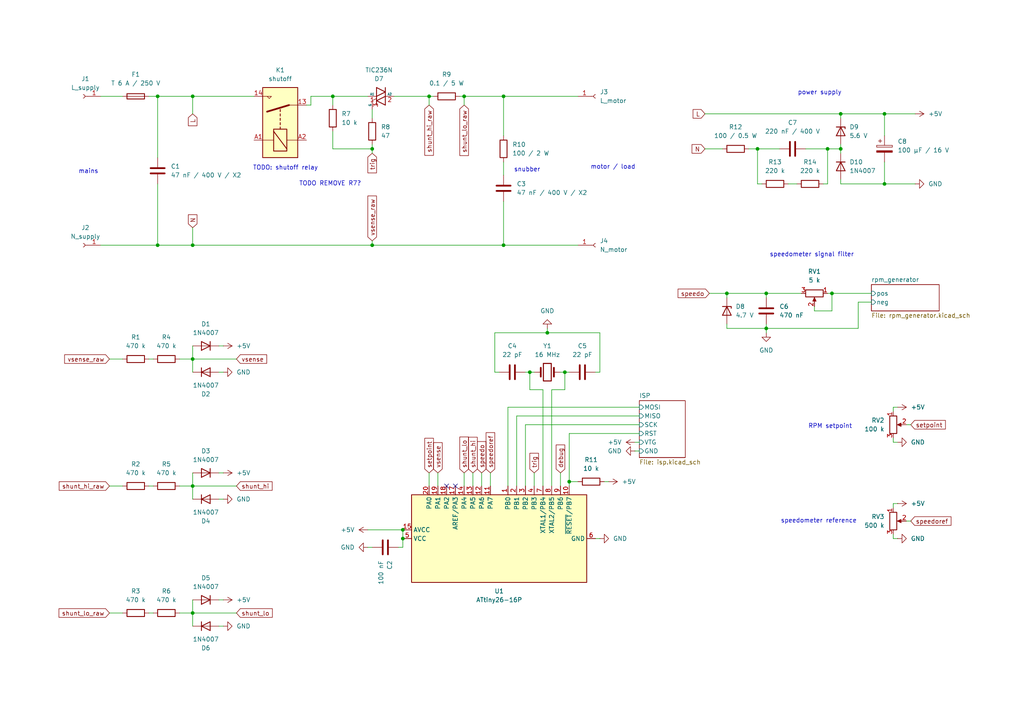
<source format=kicad_sch>
(kicad_sch (version 20231120) (generator "eeschema") (generator_version "8.0")
  (paper "A4")
  (title_block (title "Motor RPM controller - Phase angle based") (date "2024-08-21") (rev "1.0") (company "Michael Büsch <m@bues.ch>"))
  (lib_symbols
    (symbol "Connector:Conn_01x01_Socket" (pin_names (offset 1.016) hide)
      (property "Reference" "J" (at 0 2.54 0))
      (property "Value" "Conn_01x01_Socket" (at 0 -2.54 0))
      (symbol "Conn_01x01_Socket_1_1"
        (polyline (pts (xy -1.27 0) (xy -0.508 0)) (stroke (width 0.1524)))
        (arc (start 0 0.508) (mid -0.5058 0) (end 0 -0.508) (stroke (width 0.1524)))
        (pin passive line (at -5.08 0 0) (length 3.81) (name "Pin_1") (number "1"))
      )
    )
    (symbol "Device:C" (pin_numbers hide) (pin_names (offset 0.254))
      (property "Reference" "C" (at 0.635 2.54 0))
      (property "Value" "C" (at 0.635 -2.54 0))
      (symbol "C_0_1"
        (polyline (pts (xy -2.032 -0.762) (xy 2.032 -0.762)) (stroke (width 0.508)))
        (polyline (pts (xy -2.032 0.762) (xy 2.032 0.762)) (stroke (width 0.508)))
      )
      (symbol "C_1_1"
        (pin passive line (at 0 3.81 270) (length 2.794) (name "~") (number "1"))
        (pin passive line (at 0 -3.81 90) (length 2.794) (name "~") (number "2"))
      )
    )
    (symbol "Device:C_Polarized" (pin_numbers hide) (pin_names (offset 0.254))
      (property "Reference" "C" (at 0.635 2.54 0))
      (property "Value" "C_Polarized" (at 0.635 -2.54 0))
      (symbol "C_Polarized_0_1"
        (rectangle (start -2.286 0.508) (end 2.286 1.016))
        (polyline (pts (xy -1.778 2.286) (xy -0.762 2.286)))
        (polyline (pts (xy -1.27 2.794) (xy -1.27 1.778)))
        (rectangle (start 2.286 -0.508) (end -2.286 -1.016) (fill (type outline)))
      )
      (symbol "C_Polarized_1_1"
        (pin passive line (at 0 3.81 270) (length 2.794) (name "~") (number "1"))
        (pin passive line (at 0 -3.81 90) (length 2.794) (name "~") (number "2"))
      )
    )
    (symbol "Device:Crystal" (pin_numbers hide) (pin_names (offset 1.016) hide)
      (property "Reference" "Y" (at 0 3.81 0))
      (property "Value" "Crystal" (at 0 -3.81 0))
      (symbol "Crystal_0_1"
        (rectangle (start -1.143 2.54) (end 1.143 -2.54) (stroke (width 0.3048)))
        (polyline (pts (xy -2.54 0) (xy -1.905 0)))
        (polyline (pts (xy -1.905 -1.27) (xy -1.905 1.27)) (stroke (width 0.508)))
        (polyline (pts (xy 1.905 -1.27) (xy 1.905 1.27)) (stroke (width 0.508)))
        (polyline (pts (xy 2.54 0) (xy 1.905 0)))
      )
      (symbol "Crystal_1_1"
        (pin passive line (at -3.81 0 0) (length 1.27) (name "1") (number "1"))
        (pin passive line (at 3.81 0 180) (length 1.27) (name "2") (number "2"))
      )
    )
    (symbol "Device:D" (pin_numbers hide) (pin_names (offset 1.016) hide)
      (property "Reference" "D" (at 0 2.54 0))
      (property "Value" "D" (at 0 -2.54 0))
      (symbol "D_0_1"
        (polyline (pts (xy -1.27 1.27) (xy -1.27 -1.27)) (stroke (width 0.254)))
        (polyline (pts (xy 1.27 0) (xy -1.27 0)))
        (polyline (pts (xy 1.27 1.27) (xy 1.27 -1.27) (xy -1.27 0) (xy 1.27 1.27)) (stroke (width 0.254)))
      )
      (symbol "D_1_1"
        (pin passive line (at -3.81 0 0) (length 2.54) (name "K") (number "1"))
        (pin passive line (at 3.81 0 180) (length 2.54) (name "A") (number "2"))
      )
    )
    (symbol "Device:D_Zener" (pin_numbers hide) (pin_names (offset 1.016) hide)
      (property "Reference" "D" (at 0 2.54 0))
      (property "Value" "D_Zener" (at 0 -2.54 0))
      (symbol "D_Zener_0_1"
        (polyline (pts (xy 1.27 0) (xy -1.27 0)))
        (polyline (pts (xy -1.27 -1.27) (xy -1.27 1.27) (xy -0.762 1.27)) (stroke (width 0.254)))
        (polyline (pts (xy 1.27 -1.27) (xy 1.27 1.27) (xy -1.27 0) (xy 1.27 -1.27)) (stroke (width 0.254)))
      )
      (symbol "D_Zener_1_1"
        (pin passive line (at -3.81 0 0) (length 2.54) (name "K") (number "1"))
        (pin passive line (at 3.81 0 180) (length 2.54) (name "A") (number "2"))
      )
    )
    (symbol "Device:Fuse" (pin_numbers hide) (pin_names (offset 0))
      (property "Reference" "F" (at 2.032 0 90))
      (property "Value" "Fuse" (at -1.905 0 90))
      (symbol "Fuse_0_1"
        (rectangle (start -0.762 -2.54) (end 0.762 2.54) (stroke (width 0.254)))
        (polyline (pts (xy 0 2.54) (xy 0 -2.54)))
      )
      (symbol "Fuse_1_1"
        (pin passive line (at 0 3.81 270) (length 1.27) (name "~") (number "1"))
        (pin passive line (at 0 -3.81 90) (length 1.27) (name "~") (number "2"))
      )
    )
    (symbol "Device:R" (pin_numbers hide) (pin_names (offset 0))
      (property "Reference" "R" (at 2.032 0 90))
      (property "Value" "R" (at 0 0 90))
      (symbol "R_0_1"
        (rectangle (start -1.016 -2.54) (end 1.016 2.54) (stroke (width 0.254)))
      )
      (symbol "R_1_1"
        (pin passive line (at 0 3.81 270) (length 1.27) (name "~") (number "1"))
        (pin passive line (at 0 -3.81 90) (length 1.27) (name "~") (number "2"))
      )
    )
    (symbol "Device:R_Potentiometer" (pin_names (offset 1.016) hide)
      (property "Reference" "RV" (at -4.445 0 90))
      (property "Value" "R_Potentiometer" (at -2.54 0 90))
      (symbol "R_Potentiometer_0_1"
        (polyline (pts (xy 2.54 0) (xy 1.524 0)))
        (polyline (pts (xy 1.143 0) (xy 2.286 0.508) (xy 2.286 -0.508) (xy 1.143 0)) (fill (type outline)))
        (rectangle (start 1.016 2.54) (end -1.016 -2.54) (stroke (width 0.254)))
      )
      (symbol "R_Potentiometer_1_1"
        (pin passive line (at 0 3.81 270) (length 1.27) (name "1") (number "1"))
        (pin passive line (at 3.81 0 180) (length 1.27) (name "2") (number "2"))
        (pin passive line (at 0 -3.81 90) (length 1.27) (name "3") (number "3"))
      )
    )
    (symbol "Diode:1N4007" (pin_numbers hide) (pin_names hide)
      (property "Reference" "D" (at 0 2.54 0))
      (property "Value" "1N4007" (at 0 -2.54 0))
      (symbol "1N4007_0_1"
        (polyline (pts (xy -1.27 1.27) (xy -1.27 -1.27)) (stroke (width 0.254)))
        (polyline (pts (xy 1.27 0) (xy -1.27 0)))
        (polyline (pts (xy 1.27 1.27) (xy 1.27 -1.27) (xy -1.27 0) (xy 1.27 1.27)) (stroke (width 0.254)))
      )
      (symbol "1N4007_1_1"
        (pin passive line (at -3.81 0 0) (length 2.54) (name "K") (number "1"))
        (pin passive line (at 3.81 0 180) (length 2.54) (name "A") (number "2"))
      )
    )
    (symbol "MCU_Microchip_ATtiny:ATtiny26-16P"
      (property "Reference" "U" (at -12.7 26.67 0))
      (property "Value" "ATtiny26-16P" (at 2.54 -26.67 0))
      (symbol "ATtiny26-16P_0_1"
        (rectangle (start -12.7 -25.4) (end 12.7 25.4) (stroke (width 0.254)) (fill (type background)))
      )
      (symbol "ATtiny26-16P_1_1"
        (pin bidirectional line (at 15.24 -2.54 180) (length 2.54) (name "PB0") (number "1"))
        (pin bidirectional line (at 15.24 -20.32 180) (length 2.54) (name "~{RESET}/PB7") (number "10"))
        (pin bidirectional line (at 15.24 2.54 180) (length 2.54) (name "PA7") (number "11"))
        (pin bidirectional line (at 15.24 5.08 180) (length 2.54) (name "PA6") (number "12"))
        (pin bidirectional line (at 15.24 7.62 180) (length 2.54) (name "PA5") (number "13"))
        (pin bidirectional line (at 15.24 10.16 180) (length 2.54) (name "PA4") (number "14"))
        (pin power_in line (at 2.54 27.94 270) (length 2.54) (name "AVCC") (number "15"))
        (pin passive line (at 0 -27.94 90) (length 2.54) hide (name "GND") (number "16"))
        (pin bidirectional line (at 15.24 12.7 180) (length 2.54) (name "AREF/PA3") (number "17"))
        (pin bidirectional line (at 15.24 15.24 180) (length 2.54) (name "PA2") (number "18"))
        (pin bidirectional line (at 15.24 17.78 180) (length 2.54) (name "PA1") (number "19"))
        (pin bidirectional line (at 15.24 -5.08 180) (length 2.54) (name "PB1") (number "2"))
        (pin bidirectional line (at 15.24 20.32 180) (length 2.54) (name "PA0") (number "20"))
        (pin bidirectional line (at 15.24 -7.62 180) (length 2.54) (name "PB2") (number "3"))
        (pin bidirectional line (at 15.24 -10.16 180) (length 2.54) (name "PB3") (number "4"))
        (pin power_in line (at 0 27.94 270) (length 2.54) (name "VCC") (number "5"))
        (pin power_in line (at 0 -27.94 90) (length 2.54) (name "GND") (number "6"))
        (pin bidirectional line (at 15.24 -12.7 180) (length 2.54) (name "XTAL1/PB4") (number "7"))
        (pin bidirectional line (at 15.24 -15.24 180) (length 2.54) (name "XTAL2/PB5") (number "8"))
        (pin bidirectional line (at 15.24 -17.78 180) (length 2.54) (name "PB6") (number "9"))
      )
    )
    (symbol "Relay:Relay_SPST-NO"
      (property "Reference" "K" (at 11.43 3.81 0))
      (property "Value" "Relay_SPST-NO" (at 11.43 1.27 0))
      (symbol "Relay_SPST-NO_0_0"
        (polyline (pts (xy 7.62 5.08) (xy 7.62 2.54) (xy 6.985 3.175) (xy 7.62 3.81)))
      )
      (symbol "Relay_SPST-NO_0_1"
        (rectangle (start -10.16 5.08) (end 10.16 -5.08) (stroke (width 0.254)) (fill (type background)))
        (rectangle (start -8.255 1.905) (end -1.905 -1.905) (stroke (width 0.254)))
        (polyline (pts (xy -7.62 -1.905) (xy -2.54 1.905)) (stroke (width 0.254)))
        (polyline (pts (xy -5.08 -5.08) (xy -5.08 -1.905)))
        (polyline (pts (xy -5.08 5.08) (xy -5.08 1.905)))
        (polyline (pts (xy -1.905 0) (xy -1.27 0)) (stroke (width 0.254)))
        (polyline (pts (xy -0.635 0) (xy 0 0)) (stroke (width 0.254)))
        (polyline (pts (xy 0.635 0) (xy 1.27 0)) (stroke (width 0.254)))
        (polyline (pts (xy 1.905 0) (xy 2.54 0)) (stroke (width 0.254)))
        (polyline (pts (xy 3.175 0) (xy 3.81 0)) (stroke (width 0.254)))
        (polyline (pts (xy 5.08 -2.54) (xy 3.175 3.81)) (stroke (width 0.508)))
        (polyline (pts (xy 5.08 -2.54) (xy 5.08 -5.08)))
      )
      (symbol "Relay_SPST-NO_1_1"
        (pin passive line (at 5.08 -7.62 90) (length 2.54) (name "~") (number "13"))
        (pin passive line (at 7.62 7.62 270) (length 2.54) (name "~") (number "14"))
        (pin passive line (at -5.08 7.62 270) (length 2.54) (name "~") (number "A1"))
        (pin passive line (at -5.08 -7.62 90) (length 2.54) (name "~") (number "A2"))
      )
    )
    (symbol "Triac_Thyristor:Generic_Triac_A1A2G" (pin_names (offset 0))
      (property "Reference" "D" (at 3.175 0.635 0))
      (property "Value" "Generic_Triac_A1A2G" (at 3.175 -1.27 0))
      (symbol "Generic_Triac_A1A2G_0_1"
        (polyline (pts (xy -2.54 -1.27) (xy 2.54 -1.27)) (stroke (width 0.254)))
        (polyline (pts (xy -2.54 1.27) (xy 2.54 1.27)) (stroke (width 0.254)))
        (polyline (pts (xy -1.27 -2.54) (xy -0.635 -1.27)))
        (polyline (pts (xy -2.54 1.27) (xy -1.27 -1.27) (xy 0 1.27)) (stroke (width 0.254)))
        (polyline (pts (xy 0 -1.27) (xy 1.27 1.27) (xy 2.54 -1.27)) (stroke (width 0.254)))
      )
      (symbol "Generic_Triac_A1A2G_1_1"
        (pin passive line (at 0 -3.81 90) (length 2.54) (name "A1") (number "1"))
        (pin passive line (at 0 3.81 270) (length 2.54) (name "A2") (number "2"))
        (pin input line (at -3.81 -2.54 0) (length 2.54) (name "G") (number "3"))
      )
    )
    (symbol "power:+5V" (power) (pin_numbers hide) (pin_names (offset 0) hide)
      (property "Value" "+5V" (at 0 3.556 0))
      (symbol "+5V_0_1"
        (polyline (pts (xy -0.762 1.27) (xy 0 2.54)))
        (polyline (pts (xy 0 0) (xy 0 2.54)))
        (polyline (pts (xy 0 2.54) (xy 0.762 1.27)))
      )
      (symbol "+5V_1_1"
        (pin power_in line (at 0 0 90) (length 0) (name "~") (number "1"))
      )
    )
    (symbol "power:GND" (power) (pin_numbers hide) (pin_names (offset 0) hide)
      (property "Value" "GND" (at 0 -3.81 0))
      (symbol "GND_0_1"
        (polyline (pts (xy 0 0) (xy 0 -1.27) (xy 1.27 -1.27) (xy 0 -2.54) (xy -1.27 -1.27) (xy 0 -1.27)))
      )
      (symbol "GND_1_1"
        (pin power_in line (at 0 0 270) (length 0) (name "~") (number "1"))
      )
    )
  )
  (junction (at 55.88 140.97))
  (junction (at 165.1 139.7))
  (junction (at 55.88 104.14))
  (junction (at 158.75 96.52))
  (junction (at 153.67 107.95))
  (junction (at 210.82 85.09))
  (junction (at 240.03 43.18))
  (junction (at 116.84 156.21))
  (junction (at 222.25 95.25))
  (junction (at 256.54 53.34))
  (junction (at 163.83 107.95))
  (junction (at 241.3 85.09))
  (junction (at 45.72 27.94))
  (junction (at 45.72 71.12))
  (junction (at 107.95 71.12))
  (junction (at 243.84 43.18))
  (junction (at 55.88 177.8))
  (junction (at 107.95 43.18))
  (junction (at 243.84 33.02))
  (junction (at 222.25 85.09))
  (junction (at 96.52 27.94))
  (junction (at 256.54 33.02))
  (junction (at 124.46 27.94))
  (junction (at 116.84 153.67))
  (junction (at 146.05 27.94))
  (junction (at 219.71 43.18))
  (junction (at 146.05 71.12))
  (junction (at 134.62 27.94))
  (junction (at 55.88 27.94))
  (junction (at 55.88 71.12))
  (no_connect (at 132.08 140.97))
  (no_connect (at 129.54 140.97))
  (wire (pts (xy 55.88 177.8) (xy 55.88 181.61)))
  (wire (pts (xy 162.56 137.16) (xy 162.56 140.97)))
  (wire (pts (xy 220.98 53.34) (xy 219.71 53.34)))
  (wire (pts (xy 259.08 118.11) (xy 260.35 118.11)))
  (wire (pts (xy 209.55 43.18) (xy 204.47 43.18)))
  (wire (pts (xy 153.67 107.95) (xy 154.94 107.95)))
  (wire (pts (xy 149.86 120.65) (xy 185.42 120.65)))
  (wire (pts (xy 165.1 139.7) (xy 165.1 140.97)))
  (wire (pts (xy 219.71 43.18) (xy 219.71 53.34)))
  (wire (pts (xy 241.3 85.09) (xy 240.03 85.09)))
  (wire (pts (xy 243.84 34.29) (xy 243.84 33.02)))
  (wire (pts (xy 162.56 107.95) (xy 163.83 107.95)))
  (wire (pts (xy 96.52 27.94) (xy 106.68 27.94)))
  (wire (pts (xy 222.25 95.25) (xy 222.25 96.52)))
  (wire (pts (xy 184.15 128.27) (xy 185.42 128.27)))
  (wire (pts (xy 134.62 27.94) (xy 134.62 30.48)))
  (wire (pts (xy 205.74 85.09) (xy 210.82 85.09)))
  (wire (pts (xy 43.18 177.8) (xy 44.45 177.8)))
  (wire (pts (xy 222.25 85.09) (xy 232.41 85.09)))
  (wire (pts (xy 172.72 156.21) (xy 173.99 156.21)))
  (wire (pts (xy 228.6 53.34) (xy 231.14 53.34)))
  (wire (pts (xy 43.18 140.97) (xy 44.45 140.97)))
  (wire (pts (xy 55.88 177.8) (xy 68.58 177.8)))
  (wire (pts (xy 241.3 85.09) (xy 252.73 85.09)))
  (wire (pts (xy 241.3 90.17) (xy 241.3 85.09)))
  (wire (pts (xy 55.88 27.94) (xy 73.66 27.94)))
  (wire (pts (xy 133.35 27.94) (xy 134.62 27.94)))
  (wire (pts (xy 153.67 113.03) (xy 157.48 113.03)))
  (wire (pts (xy 146.05 27.94) (xy 146.05 39.37)))
  (wire (pts (xy 52.07 140.97) (xy 55.88 140.97)))
  (wire (pts (xy 243.84 33.02) (xy 256.54 33.02)))
  (wire (pts (xy 163.83 107.95) (xy 163.83 113.03)))
  (wire (pts (xy 116.84 156.21) (xy 116.84 158.75)))
  (wire (pts (xy 243.84 43.18) (xy 243.84 44.45)))
  (wire (pts (xy 259.08 154.94) (xy 259.08 156.21)))
  (wire (pts (xy 147.32 118.11) (xy 185.42 118.11)))
  (wire (pts (xy 31.75 140.97) (xy 35.56 140.97)))
  (wire (pts (xy 256.54 33.02) (xy 265.43 33.02)))
  (wire (pts (xy 107.95 31.75) (xy 107.95 34.29)))
  (wire (pts (xy 149.86 140.97) (xy 149.86 120.65)))
  (wire (pts (xy 139.7 137.16) (xy 139.7 140.97)))
  (wire (pts (xy 152.4 140.97) (xy 152.4 123.19)))
  (wire (pts (xy 262.89 123.19) (xy 264.16 123.19)))
  (wire (pts (xy 144.78 107.95) (xy 143.51 107.95)))
  (wire (pts (xy 236.22 88.9) (xy 236.22 90.17)))
  (wire (pts (xy 146.05 71.12) (xy 167.64 71.12)))
  (wire (pts (xy 55.88 140.97) (xy 55.88 144.78)))
  (wire (pts (xy 146.05 27.94) (xy 167.64 27.94)))
  (wire (pts (xy 45.72 71.12) (xy 55.88 71.12)))
  (wire (pts (xy 55.88 27.94) (xy 55.88 33.02)))
  (wire (pts (xy 107.95 43.18) (xy 107.95 44.45)))
  (wire (pts (xy 63.5 107.95) (xy 64.77 107.95)))
  (wire (pts (xy 259.08 146.05) (xy 260.35 146.05)))
  (wire (pts (xy 163.83 107.95) (xy 165.1 107.95)))
  (wire (pts (xy 259.08 146.05) (xy 259.08 147.32)))
  (wire (pts (xy 184.15 130.81) (xy 185.42 130.81)))
  (wire (pts (xy 134.62 137.16) (xy 134.62 140.97)))
  (wire (pts (xy 158.75 95.25) (xy 158.75 96.52)))
  (wire (pts (xy 114.3 27.94) (xy 124.46 27.94)))
  (wire (pts (xy 55.88 140.97) (xy 68.58 140.97)))
  (wire (pts (xy 116.84 158.75) (xy 115.57 158.75)))
  (wire (pts (xy 256.54 53.34) (xy 256.54 46.99)))
  (wire (pts (xy 45.72 27.94) (xy 55.88 27.94)))
  (wire (pts (xy 243.84 43.18) (xy 243.84 41.91)))
  (wire (pts (xy 31.75 104.14) (xy 35.56 104.14)))
  (wire (pts (xy 158.75 96.52) (xy 173.99 96.52)))
  (wire (pts (xy 259.08 127) (xy 259.08 128.27)))
  (wire (pts (xy 134.62 27.94) (xy 146.05 27.94)))
  (wire (pts (xy 259.08 156.21) (xy 260.35 156.21)))
  (wire (pts (xy 63.5 173.99) (xy 64.77 173.99)))
  (wire (pts (xy 252.73 87.63) (xy 248.92 87.63)))
  (wire (pts (xy 106.68 158.75) (xy 107.95 158.75)))
  (wire (pts (xy 219.71 43.18) (xy 226.06 43.18)))
  (wire (pts (xy 45.72 27.94) (xy 45.72 45.72)))
  (wire (pts (xy 55.88 100.33) (xy 55.88 104.14)))
  (wire (pts (xy 256.54 53.34) (xy 265.43 53.34)))
  (wire (pts (xy 157.48 113.03) (xy 157.48 140.97)))
  (wire (pts (xy 210.82 93.98) (xy 210.82 95.25)))
  (wire (pts (xy 52.07 104.14) (xy 55.88 104.14)))
  (wire (pts (xy 163.83 113.03) (xy 160.02 113.03)))
  (wire (pts (xy 236.22 90.17) (xy 241.3 90.17)))
  (wire (pts (xy 55.88 104.14) (xy 68.58 104.14)))
  (wire (pts (xy 146.05 58.42) (xy 146.05 71.12)))
  (wire (pts (xy 142.24 137.16) (xy 142.24 140.97)))
  (wire (pts (xy 31.75 177.8) (xy 35.56 177.8)))
  (wire (pts (xy 55.88 137.16) (xy 55.88 140.97)))
  (wire (pts (xy 116.84 153.67) (xy 116.84 156.21)))
  (wire (pts (xy 96.52 38.1) (xy 96.52 43.18)))
  (wire (pts (xy 153.67 107.95) (xy 153.67 113.03)))
  (wire (pts (xy 88.9 30.48) (xy 90.17 30.48)))
  (wire (pts (xy 124.46 137.16) (xy 124.46 140.97)))
  (wire (pts (xy 173.99 96.52) (xy 173.99 107.95)))
  (wire (pts (xy 96.52 43.18) (xy 107.95 43.18)))
  (wire (pts (xy 55.88 66.04) (xy 55.88 71.12)))
  (wire (pts (xy 262.89 151.13) (xy 264.16 151.13)))
  (wire (pts (xy 243.84 52.07) (xy 243.84 53.34)))
  (wire (pts (xy 173.99 107.95) (xy 172.72 107.95)))
  (wire (pts (xy 124.46 27.94) (xy 125.73 27.94)))
  (wire (pts (xy 222.25 93.98) (xy 222.25 95.25)))
  (wire (pts (xy 222.25 95.25) (xy 248.92 95.25)))
  (wire (pts (xy 55.88 173.99) (xy 55.88 177.8)))
  (wire (pts (xy 107.95 41.91) (xy 107.95 43.18)))
  (wire (pts (xy 55.88 71.12) (xy 107.95 71.12)))
  (wire (pts (xy 259.08 128.27) (xy 260.35 128.27)))
  (wire (pts (xy 124.46 27.94) (xy 124.46 30.48)))
  (wire (pts (xy 45.72 53.34) (xy 45.72 71.12)))
  (wire (pts (xy 154.94 137.16) (xy 154.94 140.97)))
  (wire (pts (xy 210.82 85.09) (xy 222.25 85.09)))
  (wire (pts (xy 52.07 177.8) (xy 55.88 177.8)))
  (wire (pts (xy 152.4 107.95) (xy 153.67 107.95)))
  (wire (pts (xy 248.92 87.63) (xy 248.92 95.25)))
  (wire (pts (xy 29.21 27.94) (xy 35.56 27.94)))
  (wire (pts (xy 240.03 43.18) (xy 243.84 43.18)))
  (wire (pts (xy 90.17 30.48) (xy 90.17 27.94)))
  (wire (pts (xy 63.5 144.78) (xy 64.77 144.78)))
  (wire (pts (xy 137.16 137.16) (xy 137.16 140.97)))
  (wire (pts (xy 43.18 104.14) (xy 44.45 104.14)))
  (wire (pts (xy 96.52 27.94) (xy 96.52 30.48)))
  (wire (pts (xy 165.1 125.73) (xy 185.42 125.73)))
  (wire (pts (xy 43.18 27.94) (xy 45.72 27.94)))
  (wire (pts (xy 233.68 43.18) (xy 240.03 43.18)))
  (wire (pts (xy 143.51 107.95) (xy 143.51 96.52)))
  (wire (pts (xy 165.1 139.7) (xy 165.1 125.73)))
  (wire (pts (xy 152.4 123.19) (xy 185.42 123.19)))
  (wire (pts (xy 55.88 104.14) (xy 55.88 107.95)))
  (wire (pts (xy 106.68 153.67) (xy 116.84 153.67)))
  (wire (pts (xy 107.95 71.12) (xy 146.05 71.12)))
  (wire (pts (xy 107.95 69.85) (xy 107.95 71.12)))
  (wire (pts (xy 259.08 118.11) (xy 259.08 119.38)))
  (wire (pts (xy 146.05 46.99) (xy 146.05 50.8)))
  (wire (pts (xy 175.26 139.7) (xy 176.53 139.7)))
  (wire (pts (xy 217.17 43.18) (xy 219.71 43.18)))
  (wire (pts (xy 90.17 27.94) (xy 96.52 27.94)))
  (wire (pts (xy 238.76 53.34) (xy 240.03 53.34)))
  (wire (pts (xy 63.5 137.16) (xy 64.77 137.16)))
  (wire (pts (xy 204.47 33.02) (xy 243.84 33.02)))
  (wire (pts (xy 240.03 53.34) (xy 240.03 43.18)))
  (wire (pts (xy 210.82 85.09) (xy 210.82 86.36)))
  (wire (pts (xy 243.84 53.34) (xy 256.54 53.34)))
  (wire (pts (xy 222.25 85.09) (xy 222.25 86.36)))
  (wire (pts (xy 256.54 33.02) (xy 256.54 39.37)))
  (wire (pts (xy 63.5 181.61) (xy 64.77 181.61)))
  (wire (pts (xy 143.51 96.52) (xy 158.75 96.52)))
  (wire (pts (xy 29.21 71.12) (xy 45.72 71.12)))
  (wire (pts (xy 63.5 100.33) (xy 64.77 100.33)))
  (wire (pts (xy 160.02 113.03) (xy 160.02 140.97)))
  (wire (pts (xy 127 137.16) (xy 127 140.97)))
  (wire (pts (xy 165.1 139.7) (xy 167.64 139.7)))
  (wire (pts (xy 210.82 95.25) (xy 222.25 95.25)))
  (wire (pts (xy 147.32 140.97) (xy 147.32 118.11)))
  (text "speedometer signal filter" (at 235.458 73.914 0) (effects (font (size 1.27 1.27))))
  (text "TODO: shutoff relay" (at 82.804 48.768 0) (effects (font (size 1.27 1.27))))
  (text "snubber" (at 152.908 49.276 0) (effects (font (size 1.27 1.27))))
  (text "TODO REMOVE R7?" (at 95.758 53.34 0) (effects (font (size 1.27 1.27))))
  (text "power supply" (at 237.744 26.924 0) (effects (font (size 1.27 1.27))))
  (text "motor / load" (at 177.8 48.514 0) (effects (font (size 1.27 1.27))))
  (text "speedometer reference" (at 237.49 151.13 0) (effects (font (size 1.27 1.27))))
  (text "RPM setpoint" (at 240.792 123.698 0) (effects (font (size 1.27 1.27))))
  (text "mains" (at 25.654 49.784 0) (effects (font (size 1.27 1.27))))
  (global_label "speedo" (shape input) (at 139.7 137.16 90) (property "Intersheetrefs" "${INTERSHEET_REFS}" (effects (hide yes))))
  (global_label "shunt_hi_raw" (shape input) (at 124.46 30.48 270) (property "Intersheetrefs" "${INTERSHEET_REFS}" (effects (hide yes))))
  (global_label "debug" (shape input) (at 162.56 137.16 90) (property "Intersheetrefs" "${INTERSHEET_REFS}" (effects (hide yes))))
  (global_label "N" (shape input) (at 204.47 43.18 180) (property "Intersheetrefs" "${INTERSHEET_REFS}" (effects (hide yes))))
  (global_label "vsense_raw" (shape input) (at 107.95 69.85 90) (property "Intersheetrefs" "${INTERSHEET_REFS}" (effects (hide yes))))
  (global_label "shunt_lo_raw" (shape input) (at 134.62 30.48 270) (property "Intersheetrefs" "${INTERSHEET_REFS}" (effects (hide yes))))
  (global_label "L" (shape input) (at 204.47 33.02 180) (property "Intersheetrefs" "${INTERSHEET_REFS}" (effects (hide yes))))
  (global_label "shunt_hi_raw" (shape input) (at 31.75 140.97 180) (property "Intersheetrefs" "${INTERSHEET_REFS}" (effects (hide yes))))
  (global_label "vsense" (shape input) (at 127 137.16 90) (property "Intersheetrefs" "${INTERSHEET_REFS}" (effects (hide yes))))
  (global_label "shunt_hi" (shape input) (at 137.16 137.16 90) (property "Intersheetrefs" "${INTERSHEET_REFS}" (effects (hide yes))))
  (global_label "vsense_raw" (shape input) (at 31.75 104.14 180) (property "Intersheetrefs" "${INTERSHEET_REFS}" (effects (hide yes))))
  (global_label "vsense" (shape input) (at 68.58 104.14 0) (property "Intersheetrefs" "${INTERSHEET_REFS}" (effects (hide yes))))
  (global_label "speedo" (shape input) (at 205.74 85.09 180) (property "Intersheetrefs" "${INTERSHEET_REFS}" (effects (hide yes))))
  (global_label "L" (shape input) (at 55.88 33.02 270) (property "Intersheetrefs" "${INTERSHEET_REFS}" (effects (hide yes))))
  (global_label "setpoint" (shape input) (at 264.16 123.19 0) (property "Intersheetrefs" "${INTERSHEET_REFS}" (effects (hide yes))))
  (global_label "setpoint" (shape input) (at 124.46 137.16 90) (property "Intersheetrefs" "${INTERSHEET_REFS}" (effects (hide yes))))
  (global_label "shunt_lo" (shape input) (at 134.62 137.16 90) (property "Intersheetrefs" "${INTERSHEET_REFS}" (effects (hide yes))))
  (global_label "trig" (shape input) (at 107.95 44.45 270) (property "Intersheetrefs" "${INTERSHEET_REFS}" (effects (hide yes))))
  (global_label "N" (shape input) (at 55.88 66.04 90) (property "Intersheetrefs" "${INTERSHEET_REFS}" (effects (hide yes))))
  (global_label "shunt_lo_raw" (shape input) (at 31.75 177.8 180) (property "Intersheetrefs" "${INTERSHEET_REFS}" (effects (hide yes))))
  (global_label "shunt_lo" (shape input) (at 68.58 177.8 0) (property "Intersheetrefs" "${INTERSHEET_REFS}" (effects (hide yes))))
  (global_label "trig" (shape input) (at 154.94 137.16 90) (property "Intersheetrefs" "${INTERSHEET_REFS}" (effects (hide yes))))
  (global_label "shunt_hi" (shape input) (at 68.58 140.97 0) (property "Intersheetrefs" "${INTERSHEET_REFS}" (effects (hide yes))))
  (global_label "speedoref" (shape input) (at 142.24 137.16 90) (property "Intersheetrefs" "${INTERSHEET_REFS}" (effects (hide yes))))
  (global_label "speedoref" (shape input) (at 264.16 151.13 0) (property "Intersheetrefs" "${INTERSHEET_REFS}" (effects (hide yes))))
  (symbol (lib_id "Device:R") (at 234.95 53.34 90) (unit 1)
    (property "Reference" "R14" (at 234.95 46.99 90))
    (property "Value" "220 k" (at 234.95 49.53 90))
    (property "Description" "Resistor" (effects (hide yes)))
  )
  (symbol (lib_id "power:GND") (at 260.35 128.27 90) (unit 1)
    (property "Reference" "#PWR016" (effects (hide yes)))
    (property "Value" "GND" (at 264.16 128.2699 90) (effects (justify right)))
    (property "Description" "Power symbol creates a global label with name \"GND\" , ground" (effects (hide yes)))
  )
  (symbol (lib_id "power:GND") (at 222.25 96.52 0) (unit 1)
    (property "Reference" "#PWR014" (effects (hide yes)))
    (property "Value" "GND" (at 222.25 101.6 0))
    (property "Description" "Power symbol creates a global label with name \"GND\" , ground" (effects (hide yes)))
  )
  (symbol (lib_id "Device:R") (at 224.79 53.34 90) (unit 1)
    (property "Reference" "R13" (at 224.79 46.99 90))
    (property "Value" "220 k" (at 224.79 49.53 90))
    (property "Description" "Resistor" (effects (hide yes)))
  )
  (symbol (lib_id "Device:C") (at 168.91 107.95 90) (unit 1)
    (property "Reference" "C5" (at 168.91 100.33 90))
    (property "Value" "22 pF" (at 168.91 102.87 90))
    (property "Description" "Unpolarized capacitor" (effects (hide yes)))
  )
  (symbol (lib_id "Device:R") (at 146.05 43.18 0) (unit 1)
    (property "Reference" "R10" (at 148.59 41.9099 0) (effects (justify left)))
    (property "Value" "100 / 2 W" (at 148.59 44.4499 0) (effects (justify left)))
    (property "Description" "Resistor" (effects (hide yes)))
  )
  (symbol (lib_id "Diode:1N4007") (at 59.69 107.95 0) (mirror x) (unit 1)
    (property "Reference" "D2" (at 59.69 114.3 0))
    (property "Value" "1N4007" (at 59.69 111.76 0))
    (property "Footprint" "Diode_THT:D_DO-41_SOD81_P10.16mm_Horizontal" (effects (hide yes)))
    (property "Datasheet" "http://www.vishay.com/docs/88503/1n4001.pdf" (effects (hide yes)))
    (property "Description" "1000V 1A General Purpose Rectifier Diode, DO-41" (effects (hide yes)))
    (property "Sim.Device" "D" (effects (hide yes)))
    (property "Sim.Pins" "1=K 2=A" (effects (hide yes)))
  )
  (symbol (lib_id "MCU_Microchip_ATtiny:ATtiny26-16P") (at 144.78 156.21 90) (unit 1)
    (property "Reference" "U1" (at 144.78 171.45 90))
    (property "Value" "ATtiny26-16P" (at 144.78 173.99 90))
    (property "Footprint" "Package_DIP:DIP-20_W7.62mm" (effects (hide yes)))
    (property "Datasheet" "http://ww1.microchip.com/downloads/en/DeviceDoc/doc1477.pdf" (effects (hide yes)))
    (property "Description" "16MHz, 2kB Flash, 128B SRAM, 128B EEPROM, DIP-20" (effects (hide yes)))
  )
  (symbol (lib_id "Device:Fuse") (at 39.37 27.94 90) (unit 1)
    (property "Reference" "F1" (at 39.37 21.59 90))
    (property "Value" "T 6 A / 250 V" (at 39.37 24.13 90))
    (property "Description" "Fuse" (effects (hide yes)))
  )
  (symbol (lib_id "power:+5V") (at 265.43 33.02 270) (unit 1)
    (property "Reference" "#PWR019" (effects (hide yes)))
    (property "Value" "+5V" (at 269.24 33.0199 90) (effects (justify left)))
    (property "Description" "Power symbol creates a global label with name \"+5V\"" (effects (hide yes)))
  )
  (symbol (lib_id "Device:R") (at 107.95 38.1 0) (unit 1)
    (property "Reference" "R8" (at 110.49 36.8299 0) (effects (justify left)))
    (property "Value" "47" (at 110.49 39.3699 0) (effects (justify left)))
    (property "Description" "Resistor" (effects (hide yes)))
  )
  (symbol (lib_id "power:GND") (at 158.75 95.25 180) (unit 1)
    (property "Reference" "#PWR09" (effects (hide yes)))
    (property "Value" "GND" (at 158.75 90.17 0))
    (property "Description" "Power symbol creates a global label with name \"GND\" , ground" (effects (hide yes)))
  )
  (symbol (lib_id "Device:C") (at 111.76 158.75 270) (unit 1)
    (property "Reference" "C2" (at 113.0301 162.56 0) (effects (justify left)))
    (property "Value" "100 nF" (at 110.4901 162.56 0) (effects (justify left)))
    (property "Description" "Unpolarized capacitor" (effects (hide yes)))
  )
  (symbol (lib_id "Device:R") (at 39.37 104.14 90) (unit 1)
    (property "Reference" "R1" (at 39.37 97.79 90))
    (property "Value" "470 k" (at 39.37 100.33 90))
    (property "Description" "Resistor" (effects (hide yes)))
  )
  (symbol (lib_id "Device:R") (at 96.52 34.29 0) (unit 1)
    (property "Reference" "R7" (at 99.06 33.0199 0) (effects (justify left)))
    (property "Value" "10 k" (at 99.06 35.5599 0) (effects (justify left)))
    (property "Description" "Resistor" (effects (hide yes)))
  )
  (symbol (lib_id "power:GND") (at 106.68 158.75 270) (unit 1)
    (property "Reference" "#PWR08" (effects (hide yes)))
    (property "Value" "GND" (at 102.87 158.7499 90) (effects (justify right)))
    (property "Description" "Power symbol creates a global label with name \"GND\" , ground" (effects (hide yes)))
  )
  (symbol (lib_id "power:GND") (at 64.77 144.78 90) (unit 1)
    (property "Reference" "#PWR04" (effects (hide yes)))
    (property "Value" "GND" (at 68.58 144.7799 90) (effects (justify right)))
    (property "Description" "Power symbol creates a global label with name \"GND\" , ground" (effects (hide yes)))
  )
  (symbol (lib_id "power:GND") (at 173.99 156.21 90) (unit 1)
    (property "Reference" "#PWR010" (effects (hide yes)))
    (property "Value" "GND" (at 177.8 156.2099 90) (effects (justify right)))
    (property "Description" "Power symbol creates a global label with name \"GND\" , ground" (effects (hide yes)))
  )
  (symbol (lib_id "power:GND") (at 260.35 156.21 90) (unit 1)
    (property "Reference" "#PWR018" (effects (hide yes)))
    (property "Value" "GND" (at 264.16 156.2099 90) (effects (justify right)))
    (property "Description" "Power symbol creates a global label with name \"GND\" , ground" (effects (hide yes)))
  )
  (symbol (lib_id "Device:C") (at 222.25 90.17 0) (unit 1)
    (property "Reference" "C6" (at 226.06 88.8999 0) (effects (justify left)))
    (property "Value" "470 nF" (at 226.06 91.4399 0) (effects (justify left)))
    (property "Description" "Unpolarized capacitor" (effects (hide yes)))
  )
  (symbol (lib_id "Device:C") (at 146.05 54.61 0) (unit 1)
    (property "Reference" "C3" (at 149.86 53.3399 0) (effects (justify left)))
    (property "Value" "47 nF / 400 V / X2" (at 149.86 55.8799 0) (effects (justify left)))
    (property "Description" "Unpolarized capacitor" (effects (hide yes)))
  )
  (symbol (lib_id "Device:R") (at 39.37 177.8 90) (unit 1)
    (property "Reference" "R3" (at 39.37 171.45 90))
    (property "Value" "470 k" (at 39.37 173.99 90))
    (property "Description" "Resistor" (effects (hide yes)))
  )
  (symbol (lib_id "Diode:1N4007") (at 59.69 181.61 0) (mirror x) (unit 1)
    (property "Reference" "D6" (at 59.69 187.96 0))
    (property "Value" "1N4007" (at 59.69 185.42 0))
    (property "Footprint" "Diode_THT:D_DO-41_SOD81_P10.16mm_Horizontal" (effects (hide yes)))
    (property "Datasheet" "http://www.vishay.com/docs/88503/1n4001.pdf" (effects (hide yes)))
    (property "Description" "1000V 1A General Purpose Rectifier Diode, DO-41" (effects (hide yes)))
    (property "Sim.Device" "D" (effects (hide yes)))
    (property "Sim.Pins" "1=K 2=A" (effects (hide yes)))
  )
  (symbol (lib_id "Device:C") (at 148.59 107.95 90) (unit 1)
    (property "Reference" "C4" (at 148.59 100.33 90))
    (property "Value" "22 pF" (at 148.59 102.87 90))
    (property "Description" "Unpolarized capacitor" (effects (hide yes)))
  )
  (symbol (lib_id "Device:R_Potentiometer") (at 259.08 151.13 0) (unit 1)
    (property "Reference" "RV3" (at 256.54 149.8599 0) (effects (justify right)))
    (property "Value" "500 k" (at 256.54 152.3999 0) (effects (justify right)))
    (property "Description" "Potentiometer" (effects (hide yes)))
  )
  (symbol (lib_id "Triac_Thyristor:Generic_Triac_A1A2G") (at 110.49 27.94 270) (mirror x) (unit 1)
    (property "Reference" "D7" (at 109.9185 22.86 90))
    (property "Value" "TIC236N" (at 109.9185 20.32 90))
    (property "Description" "Triode for alternating current, anode1/anode2/gate" (effects (hide yes)))
  )
  (symbol (lib_id "Device:C") (at 45.72 49.53 180) (unit 1)
    (property "Reference" "C1" (at 49.53 48.2599 0) (effects (justify right)))
    (property "Value" "47 nF / 400 V / X2" (at 49.53 50.7999 0) (effects (justify right)))
    (property "Description" "Unpolarized capacitor" (effects (hide yes)))
  )
  (symbol (lib_id "Device:R") (at 171.45 139.7 90) (unit 1)
    (property "Reference" "R11" (at 171.45 133.35 90))
    (property "Value" "10 k" (at 171.45 135.89 90))
    (property "Description" "Resistor" (effects (hide yes)))
  )
  (symbol (lib_id "Device:R") (at 39.37 140.97 90) (unit 1)
    (property "Reference" "R2" (at 39.37 134.62 90))
    (property "Value" "470 k" (at 39.37 137.16 90))
    (property "Description" "Resistor" (effects (hide yes)))
  )
  (symbol (lib_id "power:+5V") (at 184.15 128.27 90) (unit 1)
    (property "Reference" "#PWR012" (effects (hide yes)))
    (property "Value" "+5V" (at 180.34 128.2699 90) (effects (justify left)))
    (property "Description" "Power symbol creates a global label with name \"+5V\"" (effects (hide yes)))
  )
  (symbol (lib_id "Device:R") (at 48.26 104.14 90) (unit 1)
    (property "Reference" "R4" (at 48.26 97.79 90))
    (property "Value" "470 k" (at 48.26 100.33 90))
    (property "Description" "Resistor" (effects (hide yes)))
  )
  (symbol (lib_id "Device:R") (at 213.36 43.18 90) (unit 1)
    (property "Reference" "R12" (at 213.36 36.83 90))
    (property "Value" "100 / 0.5 W" (at 213.36 39.37 90))
    (property "Description" "Resistor" (effects (hide yes)))
  )
  (symbol (lib_id "Diode:1N4007") (at 59.69 144.78 0) (mirror x) (unit 1)
    (property "Reference" "D4" (at 59.69 151.13 0))
    (property "Value" "1N4007" (at 59.69 148.59 0))
    (property "Footprint" "Diode_THT:D_DO-41_SOD81_P10.16mm_Horizontal" (effects (hide yes)))
    (property "Datasheet" "http://www.vishay.com/docs/88503/1n4001.pdf" (effects (hide yes)))
    (property "Description" "1000V 1A General Purpose Rectifier Diode, DO-41" (effects (hide yes)))
    (property "Sim.Device" "D" (effects (hide yes)))
    (property "Sim.Pins" "1=K 2=A" (effects (hide yes)))
  )
  (symbol (lib_id "Device:R_Potentiometer") (at 259.08 123.19 0) (unit 1)
    (property "Reference" "RV2" (at 256.54 121.9199 0) (effects (justify right)))
    (property "Value" "100 k" (at 256.54 124.4599 0) (effects (justify right)))
    (property "Description" "Potentiometer" (effects (hide yes)))
  )
  (symbol (lib_id "Device:D_Zener") (at 243.84 38.1 270) (unit 1)
    (property "Reference" "D9" (at 246.38 36.8299 90) (effects (justify left)))
    (property "Value" "5.6 V" (at 246.38 39.3699 90) (effects (justify left)))
    (property "Description" "Zener diode" (effects (hide yes)))
  )
  (symbol (lib_id "Diode:1N4007") (at 59.69 173.99 180) (unit 1)
    (property "Reference" "D5" (at 59.69 167.64 0))
    (property "Value" "1N4007" (at 59.69 170.18 0))
    (property "Footprint" "Diode_THT:D_DO-41_SOD81_P10.16mm_Horizontal" (effects (hide yes)))
    (property "Datasheet" "http://www.vishay.com/docs/88503/1n4001.pdf" (effects (hide yes)))
    (property "Description" "1000V 1A General Purpose Rectifier Diode, DO-41" (effects (hide yes)))
    (property "Sim.Device" "D" (effects (hide yes)))
    (property "Sim.Pins" "1=K 2=A" (effects (hide yes)))
  )
  (symbol (lib_id "Device:R") (at 48.26 140.97 90) (unit 1)
    (property "Reference" "R5" (at 48.26 134.62 90))
    (property "Value" "470 k" (at 48.26 137.16 90))
    (property "Description" "Resistor" (effects (hide yes)))
  )
  (symbol (lib_id "Diode:1N4007") (at 59.69 100.33 180) (unit 1)
    (property "Reference" "D1" (at 59.69 93.98 0))
    (property "Value" "1N4007" (at 59.69 96.52 0))
    (property "Footprint" "Diode_THT:D_DO-41_SOD81_P10.16mm_Horizontal" (effects (hide yes)))
    (property "Datasheet" "http://www.vishay.com/docs/88503/1n4001.pdf" (effects (hide yes)))
    (property "Description" "1000V 1A General Purpose Rectifier Diode, DO-41" (effects (hide yes)))
    (property "Sim.Device" "D" (effects (hide yes)))
    (property "Sim.Pins" "1=K 2=A" (effects (hide yes)))
  )
  (symbol (lib_id "Device:C_Polarized") (at 256.54 43.18 0) (unit 1)
    (property "Reference" "C8" (at 260.35 41.0209 0) (effects (justify left)))
    (property "Value" "100 µF / 16 V" (at 260.35 43.5609 0) (effects (justify left)))
    (property "Description" "Polarized capacitor" (effects (hide yes)))
  )
  (symbol (lib_id "Device:Crystal") (at 158.75 107.95 0) (unit 1)
    (property "Reference" "Y1" (at 158.75 100.33 0))
    (property "Value" "16 MHz" (at 158.75 102.87 0))
    (property "Description" "Two pin crystal" (effects (hide yes)))
  )
  (symbol (lib_id "power:GND") (at 265.43 53.34 90) (unit 1)
    (property "Reference" "#PWR020" (effects (hide yes)))
    (property "Value" "GND" (at 269.24 53.3399 90) (effects (justify right)))
    (property "Description" "Power symbol creates a global label with name \"GND\" , ground" (effects (hide yes)))
  )
  (symbol (lib_id "Connector:Conn_01x01_Socket") (at 172.72 71.12 0) (unit 1)
    (property "Reference" "J4" (at 173.99 69.8499 0) (effects (justify left)))
    (property "Value" "N_motor" (at 173.99 72.3899 0) (effects (justify left)))
    (property "Description" "Generic connector, single row, 01x01, script generated" (effects (hide yes)))
  )
  (symbol (lib_id "Device:D_Zener") (at 210.82 90.17 270) (unit 1)
    (property "Reference" "D8" (at 213.36 88.8999 90) (effects (justify left)))
    (property "Value" "4.7 V" (at 213.36 91.4399 90) (effects (justify left)))
    (property "Description" "Zener diode" (effects (hide yes)))
  )
  (symbol (lib_id "Relay:Relay_SPST-NO") (at 81.28 35.56 90) (unit 1)
    (property "Reference" "K1" (at 81.28 20.32 90))
    (property "Value" "shutoff" (at 81.28 22.86 90))
    (property "Description" "Relay SPST, normally open, EN50005" (effects (hide yes)))
  )
  (symbol (lib_id "Device:R_Potentiometer") (at 236.22 85.09 270) (unit 1)
    (property "Reference" "RV1" (at 236.22 78.74 90))
    (property "Value" "5 k" (at 236.22 81.28 90))
    (property "Description" "Potentiometer" (effects (hide yes)))
  )
  (symbol (lib_id "Connector:Conn_01x01_Socket") (at 172.72 27.94 0) (unit 1)
    (property "Reference" "J3" (at 173.99 26.6699 0) (effects (justify left)))
    (property "Value" "L_motor" (at 173.99 29.2099 0) (effects (justify left)))
    (property "Description" "Generic connector, single row, 01x01, script generated" (effects (hide yes)))
  )
  (symbol (lib_id "Device:R") (at 129.54 27.94 90) (unit 1)
    (property "Reference" "R9" (at 129.54 21.59 90))
    (property "Value" "0.1 / 5 W" (at 129.54 24.13 90))
    (property "Description" "Resistor" (effects (hide yes)))
  )
  (symbol (lib_id "power:+5V") (at 64.77 100.33 270) (unit 1)
    (property "Reference" "#PWR01" (effects (hide yes)))
    (property "Value" "+5V" (at 68.58 100.3299 90) (effects (justify left)))
    (property "Description" "Power symbol creates a global label with name \"+5V\"" (effects (hide yes)))
  )
  (symbol (lib_id "power:GND") (at 184.15 130.81 270) (unit 1)
    (property "Reference" "#PWR013" (effects (hide yes)))
    (property "Value" "GND" (at 180.34 130.8099 90) (effects (justify right)))
    (property "Description" "Power symbol creates a global label with name \"GND\" , ground" (effects (hide yes)))
  )
  (symbol (lib_id "power:GND") (at 64.77 107.95 90) (unit 1)
    (property "Reference" "#PWR02" (effects (hide yes)))
    (property "Value" "GND" (at 68.58 107.9499 90) (effects (justify right)))
    (property "Description" "Power symbol creates a global label with name \"GND\" , ground" (effects (hide yes)))
  )
  (symbol (lib_id "power:+5V") (at 106.68 153.67 90) (unit 1)
    (property "Reference" "#PWR07" (effects (hide yes)))
    (property "Value" "+5V" (at 102.87 153.6699 90) (effects (justify left)))
    (property "Description" "Power symbol creates a global label with name \"+5V\"" (effects (hide yes)))
  )
  (symbol (lib_id "power:+5V") (at 260.35 146.05 270) (unit 1)
    (property "Reference" "#PWR017" (effects (hide yes)))
    (property "Value" "+5V" (at 264.16 146.0499 90) (effects (justify left)))
    (property "Description" "Power symbol creates a global label with name \"+5V\"" (effects (hide yes)))
  )
  (symbol (lib_id "Device:D") (at 243.84 48.26 270) (unit 1)
    (property "Reference" "D10" (at 246.38 46.9899 90) (effects (justify left)))
    (property "Value" "1N4007" (at 246.38 49.5299 90) (effects (justify left)))
    (property "Description" "Diode" (effects (hide yes)))
    (property "Sim.Device" "D" (effects (hide yes)))
    (property "Sim.Pins" "1=K 2=A" (effects (hide yes)))
  )
  (symbol (lib_id "Connector:Conn_01x01_Socket") (at 24.13 27.94 180) (unit 1)
    (property "Reference" "J1" (at 24.765 22.86 0))
    (property "Value" "L_supply" (at 24.765 25.4 0))
    (property "Description" "Generic connector, single row, 01x01, script generated" (effects (hide yes)))
  )
  (symbol (lib_id "power:+5V") (at 176.53 139.7 270) (unit 1)
    (property "Reference" "#PWR011" (effects (hide yes)))
    (property "Value" "+5V" (at 180.34 139.6999 90) (effects (justify left)))
    (property "Description" "Power symbol creates a global label with name \"+5V\"" (effects (hide yes)))
  )
  (symbol (lib_id "Connector:Conn_01x01_Socket") (at 24.13 71.12 180) (unit 1)
    (property "Reference" "J2" (at 24.765 66.04 0))
    (property "Value" "N_supply" (at 24.765 68.58 0))
    (property "Description" "Generic connector, single row, 01x01, script generated" (effects (hide yes)))
  )
  (symbol (lib_id "power:+5V") (at 260.35 118.11 270) (unit 1)
    (property "Reference" "#PWR015" (effects (hide yes)))
    (property "Value" "+5V" (at 264.16 118.1099 90) (effects (justify left)))
    (property "Description" "Power symbol creates a global label with name \"+5V\"" (effects (hide yes)))
  )
  (symbol (lib_id "power:GND") (at 64.77 181.61 90) (unit 1)
    (property "Reference" "#PWR06" (effects (hide yes)))
    (property "Value" "GND" (at 68.58 181.6099 90) (effects (justify right)))
    (property "Description" "Power symbol creates a global label with name \"GND\" , ground" (effects (hide yes)))
  )
  (symbol (lib_id "Device:R") (at 48.26 177.8 90) (unit 1)
    (property "Reference" "R6" (at 48.26 171.45 90))
    (property "Value" "470 k" (at 48.26 173.99 90))
    (property "Description" "Resistor" (effects (hide yes)))
  )
  (symbol (lib_id "power:+5V") (at 64.77 137.16 270) (unit 1)
    (property "Reference" "#PWR03" (effects (hide yes)))
    (property "Value" "+5V" (at 68.58 137.1599 90) (effects (justify left)))
    (property "Description" "Power symbol creates a global label with name \"+5V\"" (effects (hide yes)))
  )
  (symbol (lib_id "Device:C") (at 229.87 43.18 90) (unit 1)
    (property "Reference" "C7" (at 229.87 35.56 90))
    (property "Value" "220 nF / 400 V" (at 229.87 38.1 90))
    (property "Description" "Unpolarized capacitor" (effects (hide yes)))
  )
  (symbol (lib_id "Diode:1N4007") (at 59.69 137.16 180) (unit 1)
    (property "Reference" "D3" (at 59.69 130.81 0))
    (property "Value" "1N4007" (at 59.69 133.35 0))
    (property "Footprint" "Diode_THT:D_DO-41_SOD81_P10.16mm_Horizontal" (effects (hide yes)))
    (property "Datasheet" "http://www.vishay.com/docs/88503/1n4001.pdf" (effects (hide yes)))
    (property "Description" "1000V 1A General Purpose Rectifier Diode, DO-41" (effects (hide yes)))
    (property "Sim.Device" "D" (effects (hide yes)))
    (property "Sim.Pins" "1=K 2=A" (effects (hide yes)))
  )
  (symbol (lib_id "power:+5V") (at 64.77 173.99 270) (unit 1)
    (property "Reference" "#PWR05" (effects (hide yes)))
    (property "Value" "+5V" (at 68.58 173.9899 90) (effects (justify left)))
    (property "Description" "Power symbol creates a global label with name \"+5V\"" (effects (hide yes)))
  )
  (sheet (at 252.73 82.55) (size 19.685 7.62) (stroke (width 0.1524))
    (property "Sheetname" "rpm_generator" (at 252.73 81.8384 0) (effects (justify left bottom)))
    (property "Sheetfile" "rpm_generator.kicad_sch" (at 252.73 90.7546 0) (effects (justify left top)))
    (pin "pos" input (at 252.73 85.09 180))
    (pin "neg" input (at 252.73 87.63 180))
  )
  (sheet (at 185.42 116.205) (size 13.335 16.51) (stroke (width 0.1524))
    (property "Sheetname" "ISP" (at 185.42 115.4934 0) (effects (justify left bottom)))
    (property "Sheetfile" "isp.kicad_sch" (at 185.42 133.2996 0) (effects (justify left top)))
    (pin "MISO" input (at 185.42 120.65 180))
    (pin "SCK" input (at 185.42 123.19 180))
    (pin "RST" input (at 185.42 125.73 180))
    (pin "VTG" input (at 185.42 128.27 180))
    (pin "MOSI" input (at 185.42 118.11 180))
    (pin "GND" input (at 185.42 130.81 180))
  )
)
</source>
